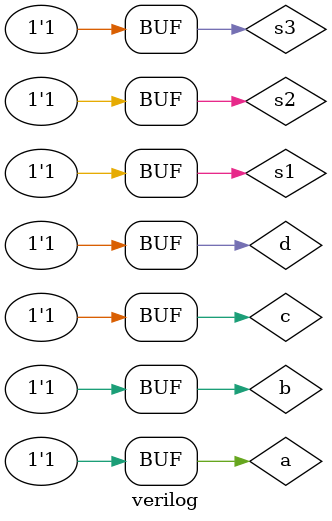
<source format=v>
module verilog;
	
	reg a, b, c, d;
	
	wire s1, s2, s3;
	
	and and1(s1, a, b);	
	and and2(s2, s1, c);
	and and3(s3, s2, d);
	
	
initial begin
		$dumpvars(0, a, b, c, d, s3);
		#2 a <= 0; b <= 0; c <= 0; d <= 0;  
		#2 a <= 1; b <= 0; c <= 0; d <= 0;
		#2 a <= 0; b <= 1; c <= 0; d <= 0;  
		#2 a <= 1; b <= 1; c <= 0; d <= 0;  
		#2 a <= 0; b <= 0; c <= 1; d <= 0;  
		#2 a <= 1; b <= 0; c <= 1; d <= 0;  
		#2 a <= 0; b <= 1; c <= 1; d <= 0;  
		#2 a <= 1; b <= 1; c <= 1; d <= 0;  
		#2 a <= 0; b <= 0; c <= 0; d <= 1;  
		#2 a <= 1; b <= 0; c <= 0; d <= 1;  
		#2 a <= 0; b <= 1; c <= 0; d <= 1;  
		#2 a <= 1; b <= 1; c <= 0; d <= 1;  
		#2 a <= 0; b <= 0; c <= 1; d <= 1;  
		#2 a <= 1; b <= 0; c <= 1; d <= 1;  
		#2 a <= 0; b <= 1; c <= 1; d <= 1;  
		#2 a <= 1; b <= 1; c <= 1; d <= 1; 
	end
endmodule

</source>
